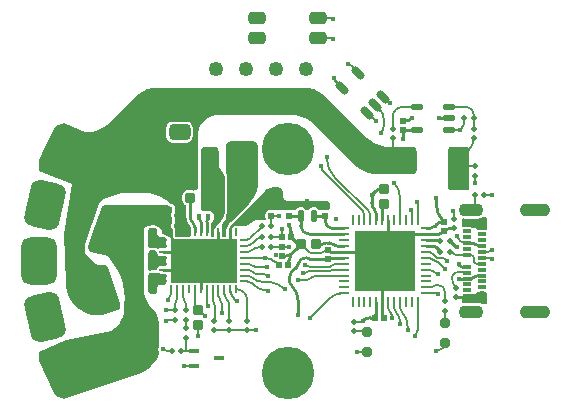
<source format=gtl>
G04*
G04 #@! TF.GenerationSoftware,Altium Limited,Altium Designer,21.5.1 (32)*
G04*
G04 Layer_Physical_Order=1*
G04 Layer_Color=255*
%FSLAX25Y25*%
%MOIN*%
G70*
G04*
G04 #@! TF.SameCoordinates,9F226A22-D70E-441E-867E-09538FDFB880*
G04*
G04*
G04 #@! TF.FilePolarity,Positive*
G04*
G01*
G75*
%ADD13C,0.00800*%
%ADD14C,0.01000*%
G04:AMPARAMS|DCode=17|XSize=39.37mil|YSize=27.56mil|CornerRadius=6.89mil|HoleSize=0mil|Usage=FLASHONLY|Rotation=90.000|XOffset=0mil|YOffset=0mil|HoleType=Round|Shape=RoundedRectangle|*
%AMROUNDEDRECTD17*
21,1,0.03937,0.01378,0,0,90.0*
21,1,0.02559,0.02756,0,0,90.0*
1,1,0.01378,0.00689,0.01280*
1,1,0.01378,0.00689,-0.01280*
1,1,0.01378,-0.00689,-0.01280*
1,1,0.01378,-0.00689,0.01280*
%
%ADD17ROUNDEDRECTD17*%
G04:AMPARAMS|DCode=18|XSize=11.81mil|YSize=27.56mil|CornerRadius=2.95mil|HoleSize=0mil|Usage=FLASHONLY|Rotation=90.000|XOffset=0mil|YOffset=0mil|HoleType=Round|Shape=RoundedRectangle|*
%AMROUNDEDRECTD18*
21,1,0.01181,0.02165,0,0,90.0*
21,1,0.00591,0.02756,0,0,90.0*
1,1,0.00591,0.01083,0.00295*
1,1,0.00591,0.01083,-0.00295*
1,1,0.00591,-0.01083,-0.00295*
1,1,0.00591,-0.01083,0.00295*
%
%ADD18ROUNDEDRECTD18*%
G04:AMPARAMS|DCode=19|XSize=35.43mil|YSize=33.47mil|CornerRadius=8.37mil|HoleSize=0mil|Usage=FLASHONLY|Rotation=180.000|XOffset=0mil|YOffset=0mil|HoleType=Round|Shape=RoundedRectangle|*
%AMROUNDEDRECTD19*
21,1,0.03543,0.01673,0,0,180.0*
21,1,0.01870,0.03347,0,0,180.0*
1,1,0.01673,-0.00935,0.00837*
1,1,0.01673,0.00935,0.00837*
1,1,0.01673,0.00935,-0.00837*
1,1,0.01673,-0.00935,-0.00837*
%
%ADD19ROUNDEDRECTD19*%
G04:AMPARAMS|DCode=20|XSize=21.26mil|YSize=22.84mil|CornerRadius=5.32mil|HoleSize=0mil|Usage=FLASHONLY|Rotation=0.000|XOffset=0mil|YOffset=0mil|HoleType=Round|Shape=RoundedRectangle|*
%AMROUNDEDRECTD20*
21,1,0.02126,0.01221,0,0,0.0*
21,1,0.01063,0.02284,0,0,0.0*
1,1,0.01063,0.00532,-0.00610*
1,1,0.01063,-0.00532,-0.00610*
1,1,0.01063,-0.00532,0.00610*
1,1,0.01063,0.00532,0.00610*
%
%ADD20ROUNDEDRECTD20*%
G04:AMPARAMS|DCode=21|XSize=21.26mil|YSize=22.84mil|CornerRadius=5.32mil|HoleSize=0mil|Usage=FLASHONLY|Rotation=270.000|XOffset=0mil|YOffset=0mil|HoleType=Round|Shape=RoundedRectangle|*
%AMROUNDEDRECTD21*
21,1,0.02126,0.01221,0,0,270.0*
21,1,0.01063,0.02284,0,0,270.0*
1,1,0.01063,-0.00610,-0.00532*
1,1,0.01063,-0.00610,0.00532*
1,1,0.01063,0.00610,0.00532*
1,1,0.01063,0.00610,-0.00532*
%
%ADD21ROUNDEDRECTD21*%
G04:AMPARAMS|DCode=22|XSize=35.43mil|YSize=33.47mil|CornerRadius=8.37mil|HoleSize=0mil|Usage=FLASHONLY|Rotation=90.000|XOffset=0mil|YOffset=0mil|HoleType=Round|Shape=RoundedRectangle|*
%AMROUNDEDRECTD22*
21,1,0.03543,0.01673,0,0,90.0*
21,1,0.01870,0.03347,0,0,90.0*
1,1,0.01673,0.00837,0.00935*
1,1,0.01673,0.00837,-0.00935*
1,1,0.01673,-0.00837,-0.00935*
1,1,0.01673,-0.00837,0.00935*
%
%ADD22ROUNDEDRECTD22*%
G04:AMPARAMS|DCode=23|XSize=31.5mil|YSize=31.5mil|CornerRadius=7.87mil|HoleSize=0mil|Usage=FLASHONLY|Rotation=90.000|XOffset=0mil|YOffset=0mil|HoleType=Round|Shape=RoundedRectangle|*
%AMROUNDEDRECTD23*
21,1,0.03150,0.01575,0,0,90.0*
21,1,0.01575,0.03150,0,0,90.0*
1,1,0.01575,0.00787,0.00787*
1,1,0.01575,0.00787,-0.00787*
1,1,0.01575,-0.00787,-0.00787*
1,1,0.01575,-0.00787,0.00787*
%
%ADD23ROUNDEDRECTD23*%
G04:AMPARAMS|DCode=24|XSize=17.72mil|YSize=17.72mil|CornerRadius=4.43mil|HoleSize=0mil|Usage=FLASHONLY|Rotation=0.000|XOffset=0mil|YOffset=0mil|HoleType=Round|Shape=RoundedRectangle|*
%AMROUNDEDRECTD24*
21,1,0.01772,0.00886,0,0,0.0*
21,1,0.00886,0.01772,0,0,0.0*
1,1,0.00886,0.00443,-0.00443*
1,1,0.00886,-0.00443,-0.00443*
1,1,0.00886,-0.00443,0.00443*
1,1,0.00886,0.00443,0.00443*
%
%ADD24ROUNDEDRECTD24*%
G04:AMPARAMS|DCode=25|XSize=39.37mil|YSize=57.09mil|CornerRadius=9.84mil|HoleSize=0mil|Usage=FLASHONLY|Rotation=90.000|XOffset=0mil|YOffset=0mil|HoleType=Round|Shape=RoundedRectangle|*
%AMROUNDEDRECTD25*
21,1,0.03937,0.03740,0,0,90.0*
21,1,0.01968,0.05709,0,0,90.0*
1,1,0.01968,0.01870,0.00984*
1,1,0.01968,0.01870,-0.00984*
1,1,0.01968,-0.01870,-0.00984*
1,1,0.01968,-0.01870,0.00984*
%
%ADD25ROUNDEDRECTD25*%
G04:AMPARAMS|DCode=28|XSize=19.68mil|YSize=39.37mil|CornerRadius=4.92mil|HoleSize=0mil|Usage=FLASHONLY|Rotation=0.000|XOffset=0mil|YOffset=0mil|HoleType=Round|Shape=RoundedRectangle|*
%AMROUNDEDRECTD28*
21,1,0.01968,0.02953,0,0,0.0*
21,1,0.00984,0.03937,0,0,0.0*
1,1,0.00984,0.00492,-0.01476*
1,1,0.00984,-0.00492,-0.01476*
1,1,0.00984,-0.00492,0.01476*
1,1,0.00984,0.00492,0.01476*
%
%ADD28ROUNDEDRECTD28*%
G04:AMPARAMS|DCode=29|XSize=17.72mil|YSize=17.72mil|CornerRadius=4.43mil|HoleSize=0mil|Usage=FLASHONLY|Rotation=90.000|XOffset=0mil|YOffset=0mil|HoleType=Round|Shape=RoundedRectangle|*
%AMROUNDEDRECTD29*
21,1,0.01772,0.00886,0,0,90.0*
21,1,0.00886,0.01772,0,0,90.0*
1,1,0.00886,0.00443,0.00443*
1,1,0.00886,0.00443,-0.00443*
1,1,0.00886,-0.00443,-0.00443*
1,1,0.00886,-0.00443,0.00443*
%
%ADD29ROUNDEDRECTD29*%
G04:AMPARAMS|DCode=32|XSize=15.75mil|YSize=19.68mil|CornerRadius=3.94mil|HoleSize=0mil|Usage=FLASHONLY|Rotation=180.000|XOffset=0mil|YOffset=0mil|HoleType=Round|Shape=RoundedRectangle|*
%AMROUNDEDRECTD32*
21,1,0.01575,0.01181,0,0,180.0*
21,1,0.00787,0.01968,0,0,180.0*
1,1,0.00787,-0.00394,0.00591*
1,1,0.00787,0.00394,0.00591*
1,1,0.00787,0.00394,-0.00591*
1,1,0.00787,-0.00394,-0.00591*
%
%ADD32ROUNDEDRECTD32*%
G04:AMPARAMS|DCode=33|XSize=53.33mil|YSize=71.11mil|CornerRadius=13.33mil|HoleSize=0mil|Usage=FLASHONLY|Rotation=270.000|XOffset=0mil|YOffset=0mil|HoleType=Round|Shape=RoundedRectangle|*
%AMROUNDEDRECTD33*
21,1,0.05333,0.04444,0,0,270.0*
21,1,0.02667,0.07111,0,0,270.0*
1,1,0.02667,-0.02222,-0.01333*
1,1,0.02667,-0.02222,0.01333*
1,1,0.02667,0.02222,0.01333*
1,1,0.02667,0.02222,-0.01333*
%
%ADD33ROUNDEDRECTD33*%
G04:AMPARAMS|DCode=34|XSize=41.34mil|YSize=62.99mil|CornerRadius=10.34mil|HoleSize=0mil|Usage=FLASHONLY|Rotation=0.000|XOffset=0mil|YOffset=0mil|HoleType=Round|Shape=RoundedRectangle|*
%AMROUNDEDRECTD34*
21,1,0.04134,0.04232,0,0,0.0*
21,1,0.02067,0.06299,0,0,0.0*
1,1,0.02067,0.01034,-0.02116*
1,1,0.02067,-0.01034,-0.02116*
1,1,0.02067,-0.01034,0.02116*
1,1,0.02067,0.01034,0.02116*
%
%ADD34ROUNDEDRECTD34*%
G04:AMPARAMS|DCode=35|XSize=15.75mil|YSize=33.47mil|CornerRadius=3.94mil|HoleSize=0mil|Usage=FLASHONLY|Rotation=90.000|XOffset=0mil|YOffset=0mil|HoleType=Round|Shape=RoundedRectangle|*
%AMROUNDEDRECTD35*
21,1,0.01575,0.02559,0,0,90.0*
21,1,0.00787,0.03347,0,0,90.0*
1,1,0.00787,0.01280,0.00394*
1,1,0.00787,0.01280,-0.00394*
1,1,0.00787,-0.01280,-0.00394*
1,1,0.00787,-0.01280,0.00394*
%
%ADD35ROUNDEDRECTD35*%
G04:AMPARAMS|DCode=36|XSize=107.09mil|YSize=50.79mil|CornerRadius=12.7mil|HoleSize=0mil|Usage=FLASHONLY|Rotation=270.000|XOffset=0mil|YOffset=0mil|HoleType=Round|Shape=RoundedRectangle|*
%AMROUNDEDRECTD36*
21,1,0.10709,0.02539,0,0,270.0*
21,1,0.08169,0.05079,0,0,270.0*
1,1,0.02539,-0.01270,-0.04085*
1,1,0.02539,-0.01270,0.04085*
1,1,0.02539,0.01270,0.04085*
1,1,0.02539,0.01270,-0.04085*
%
%ADD36ROUNDEDRECTD36*%
G04:AMPARAMS|DCode=37|XSize=76.77mil|YSize=43.31mil|CornerRadius=10.83mil|HoleSize=0mil|Usage=FLASHONLY|Rotation=90.000|XOffset=0mil|YOffset=0mil|HoleType=Round|Shape=RoundedRectangle|*
%AMROUNDEDRECTD37*
21,1,0.07677,0.02165,0,0,90.0*
21,1,0.05512,0.04331,0,0,90.0*
1,1,0.02165,0.01083,0.02756*
1,1,0.02165,0.01083,-0.02756*
1,1,0.02165,-0.01083,-0.02756*
1,1,0.02165,-0.01083,0.02756*
%
%ADD37ROUNDEDRECTD37*%
G04:AMPARAMS|DCode=38|XSize=21.65mil|YSize=37.4mil|CornerRadius=5.41mil|HoleSize=0mil|Usage=FLASHONLY|Rotation=270.000|XOffset=0mil|YOffset=0mil|HoleType=Round|Shape=RoundedRectangle|*
%AMROUNDEDRECTD38*
21,1,0.02165,0.02657,0,0,270.0*
21,1,0.01083,0.03740,0,0,270.0*
1,1,0.01083,-0.01329,-0.00541*
1,1,0.01083,-0.01329,0.00541*
1,1,0.01083,0.01329,0.00541*
1,1,0.01083,0.01329,-0.00541*
%
%ADD38ROUNDEDRECTD38*%
G04:AMPARAMS|DCode=39|XSize=25.59mil|YSize=47.24mil|CornerRadius=6.4mil|HoleSize=0mil|Usage=FLASHONLY|Rotation=225.000|XOffset=0mil|YOffset=0mil|HoleType=Round|Shape=RoundedRectangle|*
%AMROUNDEDRECTD39*
21,1,0.02559,0.03445,0,0,225.0*
21,1,0.01280,0.04724,0,0,225.0*
1,1,0.01280,-0.01670,0.00766*
1,1,0.01280,-0.00766,0.01670*
1,1,0.01280,0.01670,-0.00766*
1,1,0.01280,0.00766,-0.01670*
%
%ADD39ROUNDEDRECTD39*%
G04:AMPARAMS|DCode=40|XSize=157.48mil|YSize=118.11mil|CornerRadius=29.53mil|HoleSize=0mil|Usage=FLASHONLY|Rotation=244.000|XOffset=0mil|YOffset=0mil|HoleType=Round|Shape=RoundedRectangle|*
%AMROUNDEDRECTD40*
21,1,0.15748,0.05906,0,0,244.0*
21,1,0.09843,0.11811,0,0,244.0*
1,1,0.05906,-0.04811,-0.03129*
1,1,0.05906,-0.00497,0.05718*
1,1,0.05906,0.04811,0.03129*
1,1,0.05906,0.00497,-0.05718*
%
%ADD40ROUNDEDRECTD40*%
G04:AMPARAMS|DCode=41|XSize=157.48mil|YSize=118.11mil|CornerRadius=29.53mil|HoleSize=0mil|Usage=FLASHONLY|Rotation=257.000|XOffset=0mil|YOffset=0mil|HoleType=Round|Shape=RoundedRectangle|*
%AMROUNDEDRECTD41*
21,1,0.15748,0.05906,0,0,257.0*
21,1,0.09843,0.11811,0,0,257.0*
1,1,0.05906,-0.03984,-0.04131*
1,1,0.05906,-0.01770,0.05459*
1,1,0.05906,0.03984,0.04131*
1,1,0.05906,0.01770,-0.05459*
%
%ADD41ROUNDEDRECTD41*%
G04:AMPARAMS|DCode=42|XSize=157.48mil|YSize=118.11mil|CornerRadius=29.53mil|HoleSize=0mil|Usage=FLASHONLY|Rotation=270.000|XOffset=0mil|YOffset=0mil|HoleType=Round|Shape=RoundedRectangle|*
%AMROUNDEDRECTD42*
21,1,0.15748,0.05906,0,0,270.0*
21,1,0.09843,0.11811,0,0,270.0*
1,1,0.05906,-0.02953,-0.04921*
1,1,0.05906,-0.02953,0.04921*
1,1,0.05906,0.02953,0.04921*
1,1,0.05906,0.02953,-0.04921*
%
%ADD42ROUNDEDRECTD42*%
G04:AMPARAMS|DCode=43|XSize=157.48mil|YSize=118.11mil|CornerRadius=29.53mil|HoleSize=0mil|Usage=FLASHONLY|Rotation=283.000|XOffset=0mil|YOffset=0mil|HoleType=Round|Shape=RoundedRectangle|*
%AMROUNDEDRECTD43*
21,1,0.15748,0.05906,0,0,283.0*
21,1,0.09843,0.11811,0,0,283.0*
1,1,0.05906,-0.01770,-0.05459*
1,1,0.05906,-0.03984,0.04131*
1,1,0.05906,0.01770,0.05459*
1,1,0.05906,0.03984,-0.04131*
%
%ADD43ROUNDEDRECTD43*%
G04:AMPARAMS|DCode=44|XSize=157.48mil|YSize=118.11mil|CornerRadius=29.53mil|HoleSize=0mil|Usage=FLASHONLY|Rotation=296.000|XOffset=0mil|YOffset=0mil|HoleType=Round|Shape=RoundedRectangle|*
%AMROUNDEDRECTD44*
21,1,0.15748,0.05906,0,0,296.0*
21,1,0.09843,0.11811,0,0,296.0*
1,1,0.05906,-0.00497,-0.05718*
1,1,0.05906,-0.04811,0.03129*
1,1,0.05906,0.00497,0.05718*
1,1,0.05906,0.04811,-0.03129*
%
%ADD44ROUNDEDRECTD44*%
G04:AMPARAMS|DCode=45|XSize=62.99mil|YSize=139.76mil|CornerRadius=15.75mil|HoleSize=0mil|Usage=FLASHONLY|Rotation=341.000|XOffset=0mil|YOffset=0mil|HoleType=Round|Shape=RoundedRectangle|*
%AMROUNDEDRECTD45*
21,1,0.06299,0.10827,0,0,341.0*
21,1,0.03150,0.13976,0,0,341.0*
1,1,0.03150,-0.00273,-0.05631*
1,1,0.03150,-0.03251,-0.04606*
1,1,0.03150,0.00273,0.05631*
1,1,0.03150,0.03251,0.04606*
%
%ADD45ROUNDEDRECTD45*%
G04:AMPARAMS|DCode=46|XSize=62.99mil|YSize=139.76mil|CornerRadius=15.75mil|HoleSize=0mil|Usage=FLASHONLY|Rotation=19.000|XOffset=0mil|YOffset=0mil|HoleType=Round|Shape=RoundedRectangle|*
%AMROUNDEDRECTD46*
21,1,0.06299,0.10827,0,0,19.0*
21,1,0.03150,0.13976,0,0,19.0*
1,1,0.03150,0.03251,-0.04606*
1,1,0.03150,0.00273,-0.05631*
1,1,0.03150,-0.03251,0.04606*
1,1,0.03150,-0.00273,0.05631*
%
%ADD46ROUNDEDRECTD46*%
%ADD81O,0.03700X0.00942*%
%ADD82O,0.00942X0.03700*%
%ADD83R,0.20000X0.20000*%
%ADD84O,0.00984X0.02953*%
%ADD85O,0.02953X0.00984*%
%ADD86R,0.22441X0.14567*%
G04:AMPARAMS|DCode=87|XSize=43.31mil|YSize=102.36mil|CornerRadius=21.65mil|HoleSize=0mil|Usage=FLASHONLY|Rotation=90.000|XOffset=0mil|YOffset=0mil|HoleType=Round|Shape=RoundedRectangle|*
%AMROUNDEDRECTD87*
21,1,0.04331,0.05906,0,0,90.0*
21,1,0.00000,0.10236,0,0,90.0*
1,1,0.04331,0.02953,0.00000*
1,1,0.04331,0.02953,0.00000*
1,1,0.04331,-0.02953,0.00000*
1,1,0.04331,-0.02953,0.00000*
%
%ADD87ROUNDEDRECTD87*%
G04:AMPARAMS|DCode=88|XSize=43.31mil|YSize=82.68mil|CornerRadius=21.65mil|HoleSize=0mil|Usage=FLASHONLY|Rotation=90.000|XOffset=0mil|YOffset=0mil|HoleType=Round|Shape=RoundedRectangle|*
%AMROUNDEDRECTD88*
21,1,0.04331,0.03937,0,0,90.0*
21,1,0.00000,0.08268,0,0,90.0*
1,1,0.04331,0.01968,0.00000*
1,1,0.04331,0.01968,0.00000*
1,1,0.04331,-0.01968,0.00000*
1,1,0.04331,-0.01968,0.00000*
%
%ADD88ROUNDEDRECTD88*%
%ADD89C,0.04921*%
%ADD90C,0.17500*%
%ADD91C,0.01772*%
%ADD92C,0.02400*%
%ADD93C,0.00787*%
%ADD94C,0.01200*%
G36*
X5858Y57500D02*
X6843Y57500D01*
X8775Y57116D01*
X10595Y56362D01*
X12233Y55268D01*
X12929Y54571D01*
X12929Y54571D01*
X26571Y40929D01*
X27298Y40270D01*
X28928Y39181D01*
X30739Y38431D01*
X32662Y38048D01*
X33642Y38000D01*
X34500Y38000D01*
X34531Y38004D01*
X34593Y38011D01*
X34656Y38016D01*
X34718Y38018D01*
X34750Y38018D01*
X34781Y38018D01*
X34844Y38016D01*
X34907Y38011D01*
X34969Y38004D01*
X35000Y38000D01*
X35000Y38000D01*
X41500Y38000D01*
X41798Y38000D01*
X42350Y37772D01*
X42772Y37350D01*
X42934Y36958D01*
X43000Y36500D01*
Y36500D01*
X43000D01*
X43000Y36500D01*
X43000Y30500D01*
X43000Y30202D01*
X42772Y29650D01*
X42350Y29228D01*
X41971Y29071D01*
X41500Y29000D01*
X35000Y29000D01*
X35000Y29000D01*
X34500Y29000D01*
X34500Y29000D01*
X28657D01*
X26725Y29384D01*
X24905Y30138D01*
X23268Y31233D01*
X22571Y31929D01*
X22571Y31929D01*
Y31929D01*
X8929Y45571D01*
X8202Y46230D01*
X6572Y47319D01*
X4761Y48069D01*
X2838Y48452D01*
X1858Y48500D01*
X1858Y48500D01*
X1858Y48500D01*
X-23358Y48500D01*
X-24003Y48468D01*
X-25270Y48216D01*
X-26462Y47722D01*
X-27536Y47005D01*
X-28449Y46092D01*
X-29166Y45019D01*
X-29660Y43826D01*
X-29912Y42560D01*
X-29943Y41914D01*
X-29943Y41914D01*
X-29943Y41914D01*
X-29943Y33674D01*
X-29943Y33509D01*
X-29950Y33180D01*
X-29965Y32851D01*
X-29966Y32823D01*
X-30000Y32359D01*
X-30000Y32358D01*
X-30000Y32358D01*
X-30000Y32358D01*
Y24301D01*
X-30152Y23934D01*
X-30434Y23652D01*
X-30801Y23500D01*
X-31000D01*
X-31195Y23481D01*
X-31371Y23408D01*
X-31565Y23446D01*
X-33435D01*
X-34074Y23319D01*
X-34615Y22957D01*
X-34977Y22416D01*
X-35104Y21778D01*
Y20104D01*
X-34977Y19466D01*
X-34615Y18924D01*
X-34074Y18563D01*
X-33825Y18513D01*
Y14914D01*
X-33841D01*
X-33679Y13683D01*
X-33204Y12537D01*
X-32448Y11552D01*
Y11552D01*
X-32278Y11122D01*
Y9449D01*
X-32270Y9408D01*
Y8465D01*
X-32583Y8083D01*
X-37306D01*
X-37481Y8347D01*
X-37501Y8395D01*
Y9449D01*
X-37509Y9489D01*
Y10433D01*
X-37610Y10937D01*
X-37895Y11365D01*
X-38000Y11435D01*
Y11985D01*
X-37965Y12009D01*
X-37671Y12449D01*
X-37568Y12968D01*
Y14031D01*
X-37671Y14551D01*
X-37965Y14991D01*
X-38000Y15014D01*
Y15486D01*
X-37965Y15508D01*
X-37671Y15949D01*
X-37568Y16468D01*
Y17531D01*
X-37671Y18051D01*
X-37965Y18492D01*
X-38406Y18786D01*
X-38925Y18889D01*
X-39038Y18908D01*
X-39701Y19571D01*
X-40428Y20230D01*
X-42058Y21319D01*
X-43869Y22069D01*
X-45792Y22452D01*
X-46772Y22500D01*
X-46772Y22500D01*
X-46772Y22500D01*
X-55500D01*
X-61500Y20500D01*
X-63000Y19000D01*
X-67500Y5500D01*
Y2500D01*
X-64914Y-86D01*
X-64563Y-404D01*
X-63776Y-930D01*
X-62902Y-1292D01*
X-61973Y-1477D01*
X-61500Y-1500D01*
X-61207Y-1500D01*
X-61039Y-1500D01*
X-60709Y-1566D01*
X-60399Y-1694D01*
X-60384Y-1704D01*
X-60000Y-2000D01*
X-59851Y-2446D01*
X-56000Y-14000D01*
Y-16000D01*
X-61500Y-18000D01*
X-65344D01*
X-66663Y-17738D01*
X-67906Y-17223D01*
X-69024Y-16476D01*
X-69500Y-16000D01*
X-69500Y-16000D01*
X-71172Y-14328D01*
X-71844Y-13656D01*
X-72901Y-12074D01*
X-73629Y-10317D01*
X-74000Y-8451D01*
X-74000Y-7500D01*
X-74500Y9000D01*
X-72000Y25500D01*
X-83000Y30000D01*
Y33500D01*
X-80957Y37772D01*
X-77975Y44006D01*
X-77378Y45041D01*
X-74500Y46000D01*
X-67500Y43000D01*
X-66621D01*
X-65646Y43048D01*
X-63733Y43428D01*
X-61931Y44175D01*
X-60309Y45259D01*
X-59586Y45914D01*
X-53778Y51722D01*
X-50929Y54571D01*
X-50232Y55268D01*
X-48595Y56362D01*
X-46775Y57116D01*
X-44843Y57500D01*
X-43858Y57500D01*
X-43858Y57500D01*
X-30858Y57500D01*
X5858Y57500D01*
D02*
G37*
G36*
X-10867Y39696D02*
X-10305Y39133D01*
X-10000Y38398D01*
Y26142D01*
X-10000Y26142D01*
X-10000Y25157D01*
X-10384Y23225D01*
X-11138Y21405D01*
X-12233Y19768D01*
X-12929Y19071D01*
X-18939Y13061D01*
X-19178Y12797D01*
X-19572Y12207D01*
X-19844Y11551D01*
X-19852Y11513D01*
X-20073Y11365D01*
X-20359Y10937D01*
X-20459Y10433D01*
Y9489D01*
X-20467Y9449D01*
Y8083D01*
X-21753D01*
Y9449D01*
X-21761Y9489D01*
Y10433D01*
X-21862Y10937D01*
X-22000Y11144D01*
X-22000Y11422D01*
X-21869Y12082D01*
X-21611Y12703D01*
X-21547Y12799D01*
X-21501Y12845D01*
X-21456Y12912D01*
X-21400Y12969D01*
X-21135Y13365D01*
X-21000Y13500D01*
X-20888Y13624D01*
X-20702Y13902D01*
X-20573Y14211D01*
X-20508Y14540D01*
X-20505Y14603D01*
X-20432Y14779D01*
X-20416Y14858D01*
X-20385Y14932D01*
X-20200Y15865D01*
Y15946D01*
X-20184Y16025D01*
X-20184Y16500D01*
X-20184Y27586D01*
X-20184Y27586D01*
Y27586D01*
X-20189Y27608D01*
X-20186Y27630D01*
X-20210Y28091D01*
X-20225Y28148D01*
Y28206D01*
X-20331Y28741D01*
X-20362Y28815D01*
X-20378Y28894D01*
X-20500Y29189D01*
X-20500Y38000D01*
X-20500Y38000D01*
X-20464Y38485D01*
X-20196Y39133D01*
X-19633Y39696D01*
X-18898Y40000D01*
X-18500Y40000D01*
X-11602Y40000D01*
X-10867Y39696D01*
D02*
G37*
G36*
X-23650Y37772D02*
X-23228Y37350D01*
X-23066Y36958D01*
X-23000Y36500D01*
Y36500D01*
X-23000D01*
X-23000Y36500D01*
X-23000Y32414D01*
X-22984Y32080D01*
X-22853Y31423D01*
X-22597Y30805D01*
X-22225Y30248D01*
X-22000Y30000D01*
X-21762Y29762D01*
X-21388Y29203D01*
X-21131Y28582D01*
X-21025Y28047D01*
X-21000Y27586D01*
Y27586D01*
X-21000D01*
X-21000Y27586D01*
X-21000Y16500D01*
X-21000Y16024D01*
X-21185Y15092D01*
X-21550Y14213D01*
X-22078Y13422D01*
X-22414Y13086D01*
X-22414Y13086D01*
X-22414Y13086D01*
X-22414Y13086D01*
X-23500Y12000D01*
X-23613Y11876D01*
X-23799Y11598D01*
X-23851Y11471D01*
X-24010Y11365D01*
X-24296Y10937D01*
X-24396Y10433D01*
Y9489D01*
X-24404Y9449D01*
Y8083D01*
X-25385D01*
X-25698Y8465D01*
Y9409D01*
X-25690Y9449D01*
Y12274D01*
X-25619Y12381D01*
X-25500Y12500D01*
X-25275Y12748D01*
X-24903Y13305D01*
X-24647Y13923D01*
X-24517Y14580D01*
X-24500Y14914D01*
X-24500Y14914D01*
X-24500Y14914D01*
X-24500Y15000D01*
X-24529Y15291D01*
X-24529Y15293D01*
X-24567Y15384D01*
X-24753Y15833D01*
X-25167Y16247D01*
X-25547Y16405D01*
X-25707Y16471D01*
X-25999Y16500D01*
X-26000Y16500D01*
X-26000Y16500D01*
X-26000Y16500D01*
X-27500D01*
X-27798Y16500D01*
X-28350Y16728D01*
X-28772Y17150D01*
X-29000Y17702D01*
X-29000Y18000D01*
X-29000Y18000D01*
Y36500D01*
X-29000Y36798D01*
X-28772Y37350D01*
X-28350Y37772D01*
X-27798Y38000D01*
X-27500Y38000D01*
X-27500Y38000D01*
X-24500Y38000D01*
X-24202Y38000D01*
X-23650Y37772D01*
D02*
G37*
G36*
X60066Y37848D02*
X60348Y37566D01*
X60500Y37199D01*
Y37000D01*
Y24500D01*
Y24301D01*
X60348Y23934D01*
X60066Y23652D01*
X59699Y23500D01*
X54301D01*
X53934Y23652D01*
X53652Y23934D01*
X53500Y24301D01*
Y24500D01*
Y37000D01*
Y37199D01*
X53652Y37566D01*
X53934Y37848D01*
X54301Y38000D01*
X59699D01*
X60066Y37848D01*
D02*
G37*
G36*
X-40065Y18500D02*
X-39634Y18351D01*
X-39615Y18331D01*
X-39538Y18280D01*
X-39472Y18217D01*
X-39407Y18193D01*
X-39350Y18155D01*
X-39260Y18137D01*
X-39174Y18104D01*
X-39073Y18087D01*
X-38724Y18017D01*
X-38618Y17946D01*
X-38510Y17839D01*
X-38439Y17733D01*
X-38416Y17615D01*
X-38432Y17531D01*
Y16468D01*
X-38416Y16385D01*
X-38439Y16267D01*
X-38576Y16063D01*
X-38576Y16062D01*
X-38621Y15995D01*
X-38678Y15939D01*
X-38708Y15865D01*
X-38753Y15798D01*
X-38769Y15719D01*
X-38800Y15645D01*
X-38800Y15564D01*
X-38815Y15486D01*
Y15014D01*
X-38800Y14936D01*
X-38800Y14855D01*
X-38769Y14781D01*
X-38753Y14702D01*
X-38708Y14635D01*
X-38678Y14561D01*
X-38621Y14504D01*
X-38576Y14438D01*
X-38576Y14437D01*
X-38439Y14233D01*
X-38416Y14115D01*
X-38432Y14031D01*
Y12968D01*
X-38416Y12885D01*
X-38439Y12767D01*
X-38576Y12563D01*
X-38577Y12562D01*
X-38621Y12495D01*
X-38678Y12438D01*
X-38709Y12364D01*
X-38754Y12297D01*
X-38769Y12219D01*
X-38800Y12144D01*
X-38800Y12064D01*
X-38816Y11985D01*
Y11435D01*
X-38800Y11356D01*
Y11276D01*
X-38769Y11201D01*
X-38754Y11123D01*
X-38709Y11056D01*
X-38678Y10982D01*
X-38621Y10925D01*
X-38577Y10858D01*
X-38510Y10813D01*
X-38503Y10807D01*
X-38378Y10619D01*
X-38325Y10353D01*
Y9489D01*
X-38317Y9449D01*
Y8395D01*
X-38291Y8265D01*
X-38412Y8145D01*
X-38761Y8000D01*
X-38950Y8000D01*
X-39737D01*
X-39897Y8107D01*
X-40075Y8142D01*
X-40075Y8143D01*
X-40357Y8425D01*
X-40621Y8601D01*
X-40621Y8601D01*
X-40989Y8754D01*
X-41301Y8816D01*
X-41724D01*
X-42000Y9250D01*
X-42000Y9500D01*
X-42000D01*
X-42038Y9890D01*
X-42337Y10611D01*
X-42889Y11163D01*
X-43241Y11309D01*
X-43357Y11425D01*
X-43621Y11601D01*
X-43621Y11601D01*
X-43989Y11754D01*
X-44301Y11816D01*
X-44602D01*
X-44602Y11816D01*
X-44606D01*
X-44607Y11816D01*
X-44607Y11816D01*
X-45393D01*
X-45393Y11816D01*
X-45394Y11816D01*
X-45398D01*
X-45398Y11816D01*
X-45699D01*
X-46011Y11754D01*
X-46379Y11601D01*
X-46530Y11500D01*
X-46817Y11472D01*
X-47347Y11252D01*
X-47752Y10847D01*
X-47972Y10317D01*
X-48000Y10030D01*
Y-9465D01*
X-47959Y-10301D01*
X-47633Y-11942D01*
X-46992Y-13488D01*
X-46062Y-14879D01*
X-45500Y-15500D01*
X-44905Y-16094D01*
X-43971Y-17492D01*
X-43328Y-19046D01*
X-43000Y-20695D01*
X-43000Y-21536D01*
X-43000Y-28716D01*
X-43186Y-29165D01*
Y-29835D01*
X-43000Y-30284D01*
Y-30518D01*
X-43000Y-30518D01*
X-43000Y-30989D01*
X-43184Y-31914D01*
X-43545Y-32785D01*
X-44068Y-33568D01*
X-44402Y-33902D01*
X-45571Y-35071D01*
X-45571Y-35071D01*
X-45919Y-35418D01*
X-46678Y-36042D01*
X-47495Y-36588D01*
X-48362Y-37051D01*
X-48815Y-37239D01*
X-74500Y-46000D01*
X-77378Y-45041D01*
X-77975Y-44006D01*
X-83000Y-33500D01*
Y-30500D01*
X-74000Y-26500D01*
X-59000Y-23500D01*
X-59000Y-23500D01*
X-59000Y-23500D01*
X-58504Y-23210D01*
X-57577Y-22535D01*
X-56748Y-21740D01*
X-56033Y-20842D01*
X-55445Y-19856D01*
X-54995Y-18800D01*
X-54690Y-17694D01*
X-54537Y-16556D01*
X-54518Y-15982D01*
X-54389Y-14807D01*
X-54326Y-12443D01*
X-54524Y-10086D01*
X-54979Y-7766D01*
X-55687Y-5509D01*
X-56638Y-3344D01*
X-57822Y-1297D01*
X-59223Y608D01*
X-60000Y1500D01*
X-65430Y2981D01*
X-65793Y3293D01*
Y3293D01*
X-66098Y3666D01*
X-66225Y3856D01*
X-66407Y4296D01*
X-66500Y4762D01*
X-66500Y5000D01*
X-66000Y6500D01*
X-64226Y11601D01*
X-62000Y18000D01*
X-61880Y18119D01*
X-61599Y18307D01*
X-61287Y18437D01*
X-60956Y18503D01*
X-60787Y18503D01*
X-40499Y18503D01*
X-40065Y18500D01*
D02*
G37*
G36*
X-2367Y24195D02*
X-1805Y23633D01*
X-1500Y22898D01*
X-1500Y21500D01*
X-1471Y21207D01*
X-1247Y20667D01*
X-833Y20253D01*
X-293Y20029D01*
X0Y20000D01*
Y20000D01*
X13199D01*
X13566Y19848D01*
X13848Y19567D01*
X14000Y19199D01*
Y17401D01*
X13924Y17217D01*
X13783Y17076D01*
X13599Y17000D01*
X10362D01*
X10089Y17408D01*
X9662Y17694D01*
X9157Y17794D01*
X8173D01*
X7669Y17694D01*
X7242Y17408D01*
X6969Y17000D01*
X6031D01*
X5758Y17408D01*
X5331Y17694D01*
X4827Y17794D01*
X3842D01*
X3338Y17694D01*
X2911Y17408D01*
X2638Y17000D01*
X-6000D01*
X-6195Y16981D01*
X-6556Y16831D01*
X-6615Y16772D01*
X-7035Y16491D01*
X-7329Y16051D01*
X-7432Y15531D01*
Y14469D01*
X-7329Y13949D01*
X-7667Y13555D01*
X-7801Y13500D01*
X-10086Y13500D01*
X-10420Y13484D01*
X-11077Y13353D01*
X-11695Y13097D01*
X-12252Y12725D01*
X-12500Y12500D01*
X-12738Y12262D01*
X-13297Y11889D01*
X-13918Y11631D01*
X-14578Y11500D01*
X-16444D01*
X-16669Y11650D01*
X-17173Y11750D01*
X-17677Y11650D01*
X-18105Y11365D01*
X-18390Y10937D01*
X-18491Y10433D01*
Y8465D01*
X-18462Y8323D01*
X-18495Y8290D01*
X-18915Y8116D01*
X-19142D01*
X-19312Y8116D01*
X-19628Y8247D01*
X-19652Y8270D01*
Y9449D01*
X-19644Y9489D01*
Y10353D01*
X-19590Y10619D01*
X-19485Y10777D01*
X-19399Y10835D01*
X-19399Y10835D01*
X-19399Y10835D01*
X-19286Y10947D01*
X-19173Y11060D01*
X-19173Y11060D01*
X-19173Y11060D01*
X-19113Y11205D01*
X-19091Y11239D01*
X-18849Y11821D01*
X-18533Y12294D01*
X-18348Y12498D01*
X-12352Y18494D01*
X-12352Y18494D01*
X-11656Y19191D01*
X-11611Y19258D01*
X-11554Y19314D01*
X-11290Y19710D01*
X-7578Y23422D01*
X-6787Y23950D01*
X-5908Y24314D01*
X-4976Y24500D01*
X-4500D01*
X-4500Y24500D01*
X-3102D01*
X-2367Y24195D01*
D02*
G37*
G36*
X66283Y14424D02*
X66424Y14283D01*
X66500Y14099D01*
Y10614D01*
X66484Y10582D01*
X66223Y10324D01*
X66072Y10228D01*
X65858Y10270D01*
X63693D01*
X63424Y10217D01*
X63271Y10319D01*
X63046Y10515D01*
X62990Y10598D01*
X62916Y10778D01*
X62778Y10916D01*
X62598Y10990D01*
X62500Y11000D01*
X61421D01*
X61168Y11169D01*
X60740Y11254D01*
X58575D01*
X58427Y11225D01*
X58294Y11311D01*
X58000Y11627D01*
Y13797D01*
X58371Y14105D01*
X58403Y14114D01*
X58529Y14119D01*
X59303Y14017D01*
X63240D01*
X64014Y14119D01*
X64736Y14418D01*
X64843Y14500D01*
X66100D01*
X66283Y14424D01*
D02*
G37*
G36*
X-43934Y10848D02*
X-43652Y10566D01*
X-43500Y10199D01*
Y9000D01*
X-43481Y8805D01*
X-43332Y8444D01*
X-43056Y8169D01*
X-42695Y8019D01*
X-42500Y8000D01*
X-41301D01*
X-40934Y7848D01*
X-40652Y7566D01*
X-40500Y7199D01*
Y4801D01*
X-40652Y4434D01*
X-40808Y4278D01*
X-41386D01*
X-41427Y4270D01*
X-42370D01*
X-42874Y4170D01*
X-43128Y4000D01*
X-43470D01*
X-43621Y4101D01*
X-43621Y4101D01*
X-43989Y4254D01*
X-44301Y4316D01*
X-45699D01*
X-46011Y4254D01*
X-46407Y4576D01*
X-46500Y4801D01*
Y10199D01*
X-46348Y10566D01*
X-46066Y10848D01*
X-45699Y11000D01*
X-45398D01*
X-45398Y11000D01*
X-44602D01*
X-44602Y11000D01*
X-44301D01*
X-43934Y10848D01*
D02*
G37*
G36*
Y3348D02*
X-43663Y3077D01*
X-43687Y2953D01*
X-43587Y2449D01*
X-43302Y2021D01*
X-42874Y1736D01*
X-42370Y1635D01*
X-41426D01*
X-41386Y1627D01*
X-40512D01*
X-40500Y1599D01*
Y-1599D01*
X-40512Y-1627D01*
X-41386D01*
X-41426Y-1635D01*
X-42370D01*
X-42874Y-1736D01*
X-43302Y-2021D01*
X-43587Y-2449D01*
X-43687Y-2953D01*
X-44147Y-3184D01*
X-45699D01*
X-46011Y-3246D01*
X-46407Y-2924D01*
X-46500Y-2699D01*
X-46500Y-2500D01*
Y2699D01*
X-46348Y3067D01*
X-46066Y3348D01*
X-45699Y3500D01*
X-44301D01*
X-43934Y3348D01*
D02*
G37*
G36*
X-42874Y-4170D02*
X-42370Y-4270D01*
X-41426D01*
X-41386Y-4278D01*
X-40808D01*
X-40652Y-4434D01*
X-40500Y-4801D01*
Y-5000D01*
Y-7000D01*
Y-7199D01*
X-40652Y-7566D01*
X-40934Y-7848D01*
X-41301Y-8000D01*
X-42500D01*
X-42695Y-8019D01*
X-43056Y-8168D01*
X-43332Y-8444D01*
X-43481Y-8805D01*
X-43500Y-9000D01*
Y-10000D01*
Y-10000D01*
Y-10199D01*
X-43652Y-10566D01*
X-43934Y-10848D01*
X-44301Y-11000D01*
X-44500D01*
X-45500Y-11000D01*
X-45699D01*
X-46066Y-10848D01*
X-46348Y-10566D01*
X-46500Y-10199D01*
Y-10000D01*
Y-5000D01*
Y-4801D01*
X-46348Y-4434D01*
X-46066Y-4152D01*
X-45699Y-4000D01*
X-43128D01*
X-42874Y-4170D01*
D02*
G37*
G36*
X63693Y-10270D02*
X65858D01*
X66071Y-10228D01*
X66223Y-10324D01*
X66484Y-10582D01*
X66500Y-10614D01*
Y-14099D01*
X66424Y-14283D01*
X66283Y-14424D01*
X66100Y-14500D01*
X64843D01*
X64736Y-14418D01*
X64014Y-14119D01*
X63240Y-14017D01*
X59303D01*
X58529Y-14119D01*
X58403Y-14114D01*
X58371Y-14105D01*
X58000Y-13797D01*
Y-11627D01*
X58294Y-11311D01*
X58427Y-11225D01*
X58575Y-11254D01*
X60740D01*
X61168Y-11169D01*
X61421Y-11000D01*
X62500D01*
X62598Y-10990D01*
X62778Y-10916D01*
X62916Y-10778D01*
X62990Y-10598D01*
X63046Y-10515D01*
X63271Y-10319D01*
X63424Y-10217D01*
X63693Y-10270D01*
D02*
G37*
%LPC*%
G36*
X-33778Y46425D02*
X-38222D01*
X-39055Y46259D01*
X-39760Y45788D01*
X-40232Y45082D01*
X-40397Y44250D01*
Y41583D01*
X-40232Y40751D01*
X-39760Y40045D01*
X-39055Y39574D01*
X-38222Y39408D01*
X-33778D01*
X-32945Y39574D01*
X-32240Y40045D01*
X-31768Y40751D01*
X-31603Y41583D01*
Y44250D01*
X-31768Y45082D01*
X-32240Y45788D01*
X-32945Y46259D01*
X-33778Y46425D01*
D02*
G37*
%LPD*%
D13*
X68000Y500D02*
G03*
X66831Y984I-1169J-1169D01*
G01*
X66679Y2953D02*
G03*
X68000Y3500I0J1868D01*
G01*
X48519Y378D02*
G03*
X49141Y-52I1485J1485D01*
G01*
X48490Y406D02*
G03*
X48472Y425I-573J-558D01*
G01*
X49268Y-110D02*
G03*
X49834Y-301I1214J2667D01*
G01*
X50600Y-862D02*
G03*
X50160Y-461I-4456J-4456D01*
G01*
D02*
G03*
X49834Y-301I-507J-618D01*
G01*
X48414Y482D02*
G03*
X48101Y673I-562J-569D01*
G01*
D02*
G03*
X46144Y984I-1957J-5991D01*
G01*
X50000Y-4500D02*
G03*
X46264Y-2953I-3736J-3736D01*
G01*
X5866Y-1366D02*
G03*
X7308Y-1963I1441J1441D01*
G01*
X5793Y-4000D02*
G03*
X7000Y-3500I0J1707D01*
G01*
X7327Y-3365D02*
G03*
X7000Y-3500I0J-463D01*
G01*
X5586Y-6500D02*
G03*
X8000Y-5500I0J3414D01*
G01*
X9397Y-4921D02*
G03*
X8000Y-5500I0J-1976D01*
G01*
X7046Y2895D02*
G03*
X8000Y2500I954J954D01*
G01*
X5866Y-1366D02*
G03*
X6112Y-1576I1441J1441D01*
G01*
X-1000Y-9500D02*
G03*
X-5417Y-7155I-6036J-6036D01*
G01*
X-11621Y-7879D02*
G03*
X-6500Y-10000I5121J5121D01*
G01*
X-12000Y-7500D02*
G03*
X-13473Y-6890I-1473J-1473D01*
G01*
X-12000Y-5500D02*
G03*
X-8379Y-7000I3621J3621D01*
G01*
X-7463Y-7073D02*
G03*
X-7793Y-7000I-334J-727D01*
G01*
X-7463Y-7073D02*
G03*
X-5808Y-7179I963J2073D01*
G01*
X-5417Y-7155D02*
G03*
X-5808Y-7179I-148J-786D01*
G01*
X-12000Y-3500D02*
G03*
X-9586Y-4500I2414J2414D01*
G01*
X-6500Y-5000D02*
G03*
X-7707Y-4500I-1207J-1207D01*
G01*
X57482Y-3765D02*
G03*
X57641Y-3782I164J783D01*
G01*
X55623Y-8478D02*
G03*
X55613Y-8463I-670J-438D01*
G01*
X54862Y-5168D02*
G03*
X54792Y-5376I717J-354D01*
G01*
X57482Y-3765D02*
G03*
X54948Y-4993I-482J-2235D01*
G01*
X55104Y-7346D02*
G03*
X55023Y-7147I-775J-199D01*
G01*
X54765Y-5518D02*
G03*
X54769Y-5501I-783J164D01*
G01*
X55104Y-7346D02*
G03*
X55613Y-8463I3311J835D01*
G01*
X54765Y-5518D02*
G03*
X55023Y-7147I2235J-482D01*
G01*
X37500Y-20621D02*
G03*
X37181Y-18841I-5121J0D01*
G01*
X34883Y-19040D02*
G03*
X34952Y-18523I-715J359D01*
G01*
X34952Y-18523D02*
G03*
X34293Y-17293I-2367J-477D01*
G01*
X42500Y-25000D02*
G03*
X43327Y-23004I-1996J1996D01*
G01*
X37421Y-15603D02*
G03*
X38000Y-17000I1976J0D01*
G01*
X40000Y-21828D02*
G03*
X38000Y-17000I-6828J0D01*
G01*
X35453Y-15679D02*
G03*
X36000Y-17000I1868J0D01*
G01*
X37142Y-18693D02*
G03*
X37181Y-18841I790J126D01*
G01*
X36051Y-17052D02*
G03*
X36167Y-17150I570J561D01*
G01*
X37142Y-18693D02*
G03*
X36167Y-17150I-2259J-347D01*
G01*
X36051Y-17052D02*
G03*
X36000Y-17000I-3673J-3569D01*
G01*
X33484Y-15755D02*
G03*
X33999Y-16999I1761J0D01*
G01*
X52307Y693D02*
G03*
X51742Y927I-565J-566D01*
G01*
X49439Y1297D02*
G03*
X49673Y1134I566J566D01*
G01*
X49085Y1667D02*
G03*
X49145Y1596I638J483D01*
G01*
X49807Y1073D02*
G03*
X50482Y927I675J1484D01*
G01*
X49407Y1328D02*
G03*
X49406Y1329I-566J-565D01*
G01*
X49396Y1339D02*
G03*
X49388Y1347I-566J-566D01*
G01*
X48872Y1948D02*
G03*
X48882Y1935I648J470D01*
G01*
X49306Y1428D02*
G03*
X49346Y1388I1176J1129D01*
G01*
X47791Y2675D02*
G03*
X46907Y2953I-884J-1269D01*
G01*
X53000Y0D02*
G03*
X52998Y2I-565J-566D01*
G01*
X48872Y1948D02*
G03*
X48005Y2571I-1350J-963D01*
G01*
X47791Y2675D02*
G03*
X48005Y2571I453J660D01*
G01*
X56500Y8398D02*
G03*
X56734Y7832I800J0D01*
G01*
X57126Y7264D02*
G03*
X58575Y6096I1449J315D01*
G01*
X54990Y2710D02*
G03*
X55459Y2403I1478J1743D01*
G01*
X54873Y2810D02*
G03*
X54366Y3000I-517J-610D01*
G01*
X57126Y7264D02*
G03*
X56909Y7657I-781J-174D01*
G01*
X56180Y2050D02*
G03*
X56532Y1969I352J718D01*
G01*
X55500Y15293D02*
G03*
X55000Y16500I-1707J0D01*
G01*
X67836Y3354D02*
G03*
X68000Y3500I-1157J1467D01*
G01*
X38240Y51240D02*
G03*
X35000Y48000I0J-3240D01*
G01*
X11000Y31500D02*
G03*
X11707Y29793I2414J0D01*
G01*
X-24225Y-15219D02*
G03*
X-24807Y-13465I-2275J219D01*
G01*
X-24225Y-15219D02*
G03*
X-24228Y-15287I797J-72D01*
G01*
X-25047Y-12472D02*
G03*
X-24996Y-13073I3576J0D01*
G01*
D02*
G03*
X-24807Y-13465I788J140D01*
G01*
X-24242Y-17056D02*
G03*
X-24228Y-16909I-786J151D01*
G01*
Y-18091D02*
G03*
X-24242Y-17944I-800J-4D01*
G01*
X-24242Y-17056D02*
G03*
X-24242Y-17944I2242J-444D01*
G01*
X-7546Y984D02*
G03*
X-7395Y1047I0J213D01*
G01*
X-5568Y485D02*
G03*
X-7395Y1047I-1827J-2694D01*
G01*
X-5435Y372D02*
G03*
X-4372Y-275I1675J1555D01*
G01*
X-3640Y-860D02*
G03*
X-3641Y-859I-570J-562D01*
G01*
X-3635Y-865D02*
G03*
X-3640Y-860I-575J-557D01*
G01*
X-4018Y-482D02*
G03*
X-4372Y-275I-567J-564D01*
G01*
X-5435Y372D02*
G03*
X-5568Y485I-584J-547D01*
G01*
X14100Y-1963D02*
G03*
X15453Y-1280I-69J1818D01*
G01*
X62000Y1000D02*
G03*
X61032Y1969I-969J0D01*
G01*
X62000Y0D02*
G03*
X63000Y-1000I1000J0D01*
G01*
X-13321Y2953D02*
G03*
X-12000Y3500I0J1868D01*
G01*
X-9586Y4500D02*
G03*
X-12000Y3500I0J-3415D01*
G01*
X-14104Y4921D02*
G03*
X-11500Y6000I0J3683D01*
G01*
X-8575Y8000D02*
G03*
X-10154Y7346I0J-2234D01*
G01*
X-13973Y6890D02*
G03*
X-12500Y7500I0J2083D01*
G01*
X14031Y-3365D02*
G03*
X15451Y-3034I0J3219D01*
G01*
X15800Y-2953D02*
G03*
X15451Y-3034I4J-800D01*
G01*
X16071Y-984D02*
G03*
X15453Y-1280I4J-800D01*
G01*
X-12000Y-1500D02*
G03*
X-13245Y-984I-1245J-1245D01*
G01*
X-12000Y-1500D02*
G03*
X-10793Y-2000I1207J1207D01*
G01*
X-12000Y-3500D02*
G03*
X-13321Y-2953I-1321J-1321D01*
G01*
X-12000Y-5500D02*
G03*
X-13397Y-4921I-1397J-1397D01*
G01*
X-37000Y-13000D02*
G03*
X-36858Y-12658I-342J342D01*
G01*
X-37000Y-13000D02*
G03*
X-37500Y-14207I1207J-1207D01*
G01*
X-34890Y-12059D02*
G03*
X-34500Y-13000I1331J0D01*
G01*
X-34000Y-14207D02*
G03*
X-34500Y-13000I-1707J0D01*
G01*
X60310Y36846D02*
G03*
X62000Y40925I-4080J4080D01*
G01*
X41358Y16135D02*
G03*
X41000Y17000I-1223J0D01*
G01*
X26955Y49045D02*
G03*
X26461Y49249I-494J-494D01*
G01*
X31000Y42500D02*
G03*
X32000Y44914I-2414J2414D01*
G01*
Y47500D02*
G03*
X30939Y50061I-3621J0D01*
G01*
X21348Y64942D02*
G03*
X20000Y65500I-1347J-1347D01*
G01*
X-40000Y-13000D02*
G03*
X-38827Y-10167I-2833J2833D01*
G01*
X57500Y43500D02*
G03*
X58925Y46941I-3441J3441D01*
G01*
X57500Y43500D02*
G03*
X56873Y43760I-627J-627D01*
G01*
X62075Y48784D02*
G03*
X59618Y51240I-2457J0D01*
G01*
X62075Y47500D02*
G03*
X62000Y47319I181J-181D01*
G01*
X-31276Y-30000D02*
G03*
X-31134Y-29941I0J201D01*
G01*
X-39473Y-19575D02*
G03*
X-40500Y-20000I0J-1452D01*
G01*
X43327Y18711D02*
G03*
X43000Y19500I-1116J0D01*
G01*
X-21110Y-11027D02*
G03*
X-20500Y-12500I2083J0D01*
G01*
X-19500Y-14914D02*
G03*
X-20500Y-12500I-3414J0D01*
G01*
X-10681Y-23075D02*
G03*
X-10500Y-23000I0J255D01*
G01*
X-23079Y-11603D02*
G03*
X-22500Y-13000I1976J0D01*
G01*
X-22000Y-14207D02*
G03*
X-22500Y-13000I-1707J0D01*
G01*
X-19142Y-9449D02*
G03*
X-17792Y-12709I4610J0D01*
G01*
X-13500Y-13122D02*
G03*
X-17173Y-9449I-3673J0D01*
G01*
X18040Y-10827D02*
G03*
X14000Y-12500I0J-5714D01*
G01*
X50000Y-11000D02*
G03*
X49581Y-10827I-419J-419D01*
G01*
X47635Y-8858D02*
G03*
X48500Y-8500I0J1223D01*
G01*
X49707Y-8000D02*
G03*
X48500Y-8500I0J-1707D01*
G01*
X52500Y-10500D02*
G03*
X50000Y-8000I-2500J0D01*
G01*
X-27016Y-13755D02*
G03*
X-26500Y-15000I1761J0D01*
G01*
X-40319Y-16425D02*
G03*
X-40500Y-16500I0J-255D01*
G01*
X10793Y2500D02*
G03*
X12000Y3000I0J1707D01*
G01*
X13293Y3535D02*
G03*
X12000Y3000I0J-1828D01*
G01*
X49748Y-30000D02*
G03*
X52500Y-27248I0J2752D01*
G01*
X25610Y15027D02*
G03*
X25000Y16500I-2083J0D01*
G01*
X27579Y15103D02*
G03*
X27000Y16500I-1976J0D01*
G01*
X13000Y34500D02*
G03*
X15828Y27672I9657J0D01*
G01*
X15000Y74000D02*
G03*
X14629Y74154I-371J-371D01*
G01*
X37421Y21362D02*
G03*
X35500Y26000I-6560J0D01*
G01*
X15000Y80500D02*
G03*
X14164Y80846I-836J-836D01*
G01*
X61272Y17008D02*
G03*
X62425Y19793I-2785J2785D01*
G01*
X24154Y-20350D02*
G03*
X25000Y-20000I0J1196D01*
G01*
X26500Y-23752D02*
G03*
X25892Y-23500I-608J-608D01*
G01*
X23608Y-30248D02*
G03*
X23000Y-30500I0J-860D01*
G01*
X-29247Y-16753D02*
G03*
X-29248Y-16752I-753J-753D01*
G01*
D02*
G03*
X-30000Y-16441I-752J-754D01*
G01*
X-30953Y-14141D02*
G03*
X-30000Y-16441I3253J0D01*
G01*
X-41500Y-29500D02*
G03*
X-40293Y-30000I1207J1207D01*
G01*
X64776Y984D02*
X66831D01*
X64776Y2953D02*
X66679D01*
X49141Y-52D02*
X49268Y-110D01*
X48494Y403D02*
X48519Y378D01*
X48490Y406D02*
X48494Y403D01*
X48447Y448D02*
X48472Y425D01*
X48414Y482D02*
X48447Y448D01*
X50600Y-862D02*
X52456Y-2718D01*
X46144Y-2953D02*
X46264D01*
X3500Y-6500D02*
X5586D01*
X5000Y-4000D02*
X5793D01*
X7327Y-3365D02*
X14031D01*
X9397Y-4921D02*
X18856D01*
X8000Y2500D02*
X10793D01*
X4441Y5500D02*
X7046Y2895D01*
X-12000Y-7500D02*
X-11621Y-7879D01*
X-8379Y-7000D02*
X-7793D01*
X-5808Y-7179D02*
Y-7179D01*
X-9586Y-4500D02*
X-7707D01*
X-10793Y-2000D02*
X-7000D01*
X57641Y-3782D02*
X58679D01*
X57641D02*
X57641D01*
X55623Y-8478D02*
Y-8478D01*
Y-8482D02*
Y-8478D01*
X54769Y-5501D02*
X54792Y-5376D01*
X54862Y-5168D02*
X54948Y-4993D01*
X58679Y-3782D02*
X59658Y-3937D01*
X55623Y-8482D02*
X56000Y-8925D01*
X40000Y-23000D02*
Y-21828D01*
X37500Y-21000D02*
Y-20621D01*
X34952Y-18523D02*
X34952D01*
X34883Y-19040D02*
X34883D01*
X43327Y-23004D02*
Y-13644D01*
X37421Y-15603D02*
Y-13644D01*
X35453Y-15679D02*
Y-13644D01*
X33999Y-16999D02*
X34293Y-17293D01*
X50482Y927D02*
X51742D01*
X49407Y1328D02*
X49439Y1297D01*
X48882Y1935D02*
X49085Y1667D01*
X49396Y1339D02*
X49406Y1329D01*
X49346Y1388D02*
X49388Y1347D01*
X49673Y1134D02*
X49807Y1073D01*
X49145Y1596D02*
X49306Y1428D01*
X46144Y2953D02*
X46907D01*
X52307Y693D02*
X52998Y2D01*
X56500Y8398D02*
Y8428D01*
X56734Y7832D02*
X56909Y7657D01*
X58575Y6096D02*
X58738Y6096D01*
X58575Y6096D02*
X58575D01*
X54873Y2810D02*
X54990Y2710D01*
X58738Y6096D02*
X59658Y5906D01*
X54075Y3000D02*
X54361D01*
X55459Y2403D02*
X56180Y2050D01*
X54361Y3000D02*
X54366Y3000D01*
X56532Y1969D02*
X59658D01*
X55500Y14075D02*
Y15293D01*
X-24500Y-19925D02*
X-24228Y-19482D01*
X-24500Y-19925D02*
X-24500Y-19925D01*
X-24807Y-13465D02*
X-24807Y-13465D01*
X-25047Y-12472D02*
Y-9449D01*
X-24228Y-16909D02*
Y-15287D01*
Y-16909D02*
Y-16909D01*
Y-19482D02*
Y-18091D01*
X-5465Y15000D02*
X-3000D01*
X-2035Y8000D02*
Y10465D01*
X-14614Y984D02*
X-7546D01*
X-3635Y-865D02*
Y-865D01*
Y-969D02*
Y-865D01*
X-4372Y-275D02*
X-4372Y-275D01*
X-4018Y-482D02*
X-3641Y-859D01*
X-3640Y-860D01*
X-3635Y-969D02*
X-3035Y-1500D01*
X14096Y-1963D02*
X14100Y-1963D01*
X7308Y-1963D02*
X14096D01*
X64776Y-1000D02*
Y-984D01*
X62000Y0D02*
Y1000D01*
X63000Y-1000D02*
X64776D01*
X59658Y1969D02*
X61032D01*
X-14614Y2953D02*
X-13321D01*
X-9586Y4500D02*
X-8575D01*
X-14614Y4921D02*
X-14104D01*
X-11500Y6000D02*
X-10154Y7346D01*
X-12500Y7500D02*
X-8628Y11372D01*
X-14614Y6890D02*
X-13973D01*
X-5425Y4500D02*
X-2035D01*
X-5425Y8000D02*
X-2035D01*
X-5425Y11500D02*
Y14905D01*
X15800Y-2953D02*
X15800D01*
X15451Y-3034D02*
Y-3034D01*
X15800Y-2953D02*
X18856D01*
X16071Y-984D02*
X16071D01*
X18856D01*
X-14614D02*
X-13245D01*
X-14614Y-2953D02*
X-13321D01*
X-14614Y-6890D02*
X-13473D01*
X-2000Y4535D02*
X465D01*
X-14614Y-4921D02*
X-13397D01*
X33484Y-15755D02*
Y-13644D01*
X-34000Y-22425D02*
Y-19575D01*
X-36858Y-12658D02*
Y-9449D01*
X-34890Y-12059D02*
Y-9449D01*
X-34000Y-16425D02*
Y-14207D01*
X35000Y44075D02*
Y48000D01*
X38240Y51240D02*
X43185D01*
X41358Y13644D02*
Y16135D01*
X26955Y49045D02*
X29500Y46500D01*
X29106Y51894D02*
X30939Y50061D01*
X32000Y44914D02*
Y47500D01*
X35000Y38000D02*
Y40925D01*
X35000Y38000D02*
X35000D01*
X21348Y64942D02*
X23539Y62751D01*
X-38827Y-10167D02*
Y-9449D01*
X58925Y46941D02*
Y47500D01*
X53815Y43760D02*
X56873D01*
X53815Y51240D02*
X59618D01*
X62000Y44075D02*
Y47319D01*
X62075Y47500D02*
Y48784D01*
X56965Y31575D02*
Y33500D01*
X60310Y36846D01*
X56965Y31575D02*
X62500D01*
X-34000Y-30000D02*
Y-25575D01*
X-35425Y-30000D02*
X-34000D01*
X-31276D01*
X-39473Y-19575D02*
X-37500D01*
X43327Y13644D02*
Y18711D01*
X-21110Y-11027D02*
Y-9449D01*
X-19500Y-19925D02*
Y-14914D01*
X-24500Y-23075D02*
X-19500D01*
X-13500D01*
X-10681D01*
X-23079Y-11603D02*
Y-9449D01*
X-17792Y-12709D02*
X-17000Y-13500D01*
X-13500Y-19925D02*
Y-13122D01*
X7500Y-19000D02*
X14000Y-12500D01*
X18040Y-10827D02*
X18856D01*
X46144D02*
X49581D01*
X46144Y-8858D02*
X47635D01*
X52500Y-13425D02*
Y-10500D01*
X49707Y-8000D02*
X50000D01*
X52500Y-20752D02*
Y-16575D01*
X-22000Y-17500D02*
Y-14207D01*
X-30953Y-14141D02*
Y-9449D01*
X-27016Y-13755D02*
Y-9449D01*
X-40319Y-16425D02*
X-37500D01*
Y-14207D01*
X13293Y3535D02*
X13500D01*
X49500Y-30000D02*
X49748D01*
X-34500Y-35059D02*
Y-35000D01*
Y-35059D02*
X-31134D01*
X-30000Y-25000D02*
Y-21559D01*
X25610Y13644D02*
Y15027D01*
X11707Y29793D02*
X25000Y16500D01*
X15828Y27672D02*
X27000Y16500D01*
X27579Y13644D02*
Y15103D01*
X10138Y74154D02*
X14629D01*
X37421Y13644D02*
Y21362D01*
X10138Y80846D02*
X14164D01*
X62425Y19793D02*
Y22000D01*
X65575D02*
X68000D01*
X62500Y26000D02*
Y28425D01*
X22000Y-20350D02*
X24154D01*
X22000Y-23500D02*
X25892D01*
X23608Y-30248D02*
X26500D01*
X-29248Y-16752D02*
X-29247Y-16753D01*
X-27500Y-18500D01*
X-40293Y-30000D02*
X-38575D01*
D14*
X7197Y684D02*
G03*
X6492Y975I-705J-709D01*
G01*
X6256Y987D02*
G03*
X6410Y975I158J987D01*
G01*
X6256Y987D02*
G03*
X3522Y-924I-390J-2354D01*
G01*
X3502Y-1032D02*
G03*
X3491Y-1102I983J-185D01*
G01*
X3193Y-1807D02*
G03*
X3478Y-1216I-709J705D01*
G01*
X2498Y-2502D02*
G03*
X2301Y-2786I711J-704D01*
G01*
X1127Y-3964D02*
G03*
X500Y-6000I2995J-2036D01*
G01*
X3500Y-13328D02*
G03*
X1500Y-8500I-6828J0D01*
G01*
X500Y-6086D02*
G03*
X1500Y-8500I3414J0D01*
G01*
X1485Y-3645D02*
G03*
X2301Y-2786I-840J1613D01*
G01*
X1485Y-3645D02*
G03*
X1127Y-3964I466J-885D01*
G01*
X57000Y-1000D02*
G03*
X57999Y-1969I1000J32D01*
G01*
X56439Y4495D02*
G03*
X56249Y4698I-818J-575D01*
G01*
X32228Y54273D02*
G03*
X32110Y54373I-707J-707D01*
G01*
X31926Y54507D02*
G03*
X31751Y54539I-175J-477D01*
G01*
X1035Y9121D02*
G03*
X1017Y9310I-1000J0D01*
G01*
X2895Y6140D02*
G03*
X4441Y5500I1546J1546D01*
G01*
X3609Y4559D02*
G03*
X3615Y4565I-711J703D01*
G01*
X2887Y3837D02*
G03*
X2684Y3540I711J-704D01*
G01*
X1231Y2180D02*
G03*
X58Y-969I5068J-3680D01*
G01*
X-878Y1465D02*
G03*
X1231Y2180I0J3463D01*
G01*
X1449Y2311D02*
G03*
X1231Y2180I401J-916D01*
G01*
X1449Y2311D02*
G03*
X2684Y3540I-949J2189D01*
G01*
X32000Y24059D02*
G03*
X28687Y22687I0J-4686D01*
G01*
X29547Y15679D02*
G03*
X29000Y17000I-1868J0D01*
G01*
X28000Y19414D02*
G03*
X29000Y17000I3414J0D01*
G01*
X32000Y18941D02*
G03*
X31516Y17772I1169J-1169D01*
G01*
X4335Y11665D02*
G03*
X7142Y8858I2807J0D01*
G01*
X61021Y-5906D02*
G03*
X62000Y-5500I0J1385D01*
G01*
X63397Y-4921D02*
G03*
X62000Y-5500I0J-1976D01*
G01*
X47375Y10827D02*
G03*
X49000Y11500I0J2298D01*
G01*
X50925Y6500D02*
G03*
X49984Y6890I-941J-941D01*
G01*
X49500Y4500D02*
G03*
X48482Y4921I-1017J-1017D01*
G01*
X50925Y3000D02*
G03*
X50873Y3127I-180J0D01*
G01*
D02*
G03*
X50872Y3128I-128J-127D01*
G01*
X-32500Y14914D02*
G03*
X-31500Y12500I3414J0D01*
G01*
X-30953Y11179D02*
G03*
X-31500Y12500I-1868J0D01*
G01*
X62500Y5500D02*
G03*
X63897Y4921I1397J1397D01*
G01*
X62500Y5500D02*
G03*
X63897Y4921I1397J1397D01*
G01*
X62500Y5500D02*
G03*
X63897Y4921I1397J1397D01*
G01*
X62500Y5500D02*
G03*
X63897Y4921I1397J1397D01*
G01*
X62500Y5500D02*
G03*
X63897Y4921I1397J1397D01*
G01*
X62500Y5500D02*
G03*
X63897Y4921I1397J1397D01*
G01*
X62500Y5500D02*
G03*
X63897Y4921I1397J1397D01*
G01*
X62500Y5500D02*
G03*
X61521Y5905I-979J-979D01*
G01*
X62500Y5500D02*
G03*
X61521Y5905I-979J-979D01*
G01*
X62500Y5500D02*
G03*
X61521Y5905I-979J-979D01*
G01*
X62500Y5500D02*
G03*
X61521Y5905I-979J-979D01*
G01*
X62500Y5500D02*
G03*
X61521Y5905I-979J-979D01*
G01*
X62500Y5500D02*
G03*
X61521Y5905I-979J-979D01*
G01*
X62500Y5500D02*
G03*
X63897Y4921I1397J1397D01*
G01*
X62500Y5500D02*
G03*
X61521Y5905I-979J-979D01*
G01*
X62500Y5500D02*
G03*
X61521Y5905I-979J-979D01*
G01*
X-8628Y11372D02*
G03*
X-8575Y11500I-128J128D01*
G01*
X-5425Y14905D02*
G03*
X-5465Y15000I-135J0D01*
G01*
X-38728Y-2953D02*
G03*
X-38236Y-2461I0J492D01*
G01*
Y2461D02*
G03*
X-38728Y2953I-492J0D01*
G01*
X-38827Y8289D02*
G03*
X-38500Y7500I1116J0D01*
G01*
X-28000Y-6299D02*
G03*
X-28984Y-7283I0J-984D01*
G01*
X-38236Y6863D02*
G03*
X-38500Y7500I-901J0D01*
G01*
X54319Y10925D02*
G03*
X52000Y9965I0J-3280D01*
G01*
X50416Y8858D02*
G03*
X51965Y9500I0J2191D01*
G01*
X59021Y-12075D02*
G03*
X59658Y-11811I0J901D01*
G01*
X57228Y-5906D02*
G03*
X57000Y-6000I0J-322D01*
G01*
X-23079Y7250D02*
G03*
X-22685Y6299I1345J0D01*
G01*
X14020Y984D02*
G03*
X13500Y465I0J-520D01*
G01*
X49500Y19071D02*
G03*
X52000Y13036I8536J0D01*
G01*
X52000D02*
G03*
X49500Y12000I0J-3536D01*
G01*
X31516Y-17745D02*
G03*
X32035Y-19000I1774J0D01*
G01*
X28965D02*
G03*
X29547Y-17593I-1407J1407D01*
G01*
X13500Y3535D02*
G03*
X14083Y2953I583J0D01*
G01*
X39171Y46535D02*
G03*
X41500Y47500I0J3293D01*
G01*
X39213Y43760D02*
G03*
X38500Y43465I0J-1008D01*
G01*
X15500Y61000D02*
G03*
X16058Y59652I1906J0D01*
G01*
X27414Y-19000D02*
G03*
X25000Y-20000I0J-3414D01*
G01*
X-26425Y14500D02*
G03*
X-27016Y13074I1426J-1426D01*
G01*
X-28984Y13074D02*
G03*
X-29575Y14500I-2017J0D01*
G01*
X12500Y13159D02*
G03*
X14832Y10827I2332J0D01*
G01*
X15437Y5300D02*
G03*
X16000Y4962I768J641D01*
G01*
D02*
G03*
X16397Y4921I396J1935D01*
G01*
X15437Y5300D02*
G03*
X14031Y5965I-1406J-1154D01*
G01*
X12969D02*
G03*
X11966Y5663I0J-1819D01*
G01*
X11423Y5500D02*
G03*
X11966Y5663I-5J1000D01*
G01*
X7416Y465D02*
X13500D01*
X6410Y975D02*
X6492D01*
X6410D02*
X6410D01*
X7416Y465D02*
X7416Y465D01*
X7197Y684D02*
X7416Y465D01*
X3502Y-1032D02*
X3522Y-924D01*
X3478Y-1216D02*
X3491Y-1102D01*
X2498Y-2502D02*
X3193Y-1807D01*
X2498Y-2502D02*
X2498Y-2502D01*
X3500Y-18000D02*
Y-13328D01*
X500Y-6086D02*
Y-6000D01*
X3525Y4584D02*
X3604Y4654D01*
X3604Y4565D02*
X4441Y5500D01*
X14083Y2953D02*
X29547D01*
X3604Y4654D02*
X4441Y5500D01*
X4441Y5500D01*
X3609Y4559D02*
X3609Y4559D01*
X28000Y19414D02*
Y22000D01*
X57000Y-1000D02*
Y-1000D01*
X56245Y4702D02*
X56249Y4698D01*
X57999Y-1969D02*
X59657D01*
Y5905D02*
X61521D01*
X54461Y6114D02*
X56245Y4702D01*
X56439Y4495D02*
X56469Y4454D01*
X32228Y54273D02*
X34000Y52500D01*
X31926Y54507D02*
X32110Y54373D01*
X1035Y8000D02*
Y9121D01*
X500Y12000D02*
X1017Y9310D01*
X-2035Y10465D02*
X-2000Y10500D01*
X3615Y4565D02*
X3615D01*
X3604D02*
X3615D01*
X4441Y5500D02*
X4441Y5500D01*
X4441Y5500D02*
X4441Y5500D01*
X2887Y3837D02*
X3609Y4559D01*
X2887Y3837D02*
X2887Y3837D01*
X31516Y-17745D02*
Y-984D01*
X28000Y22000D02*
X28687Y22687D01*
X29547Y13644D02*
Y15679D01*
X31516Y13644D02*
Y17772D01*
X4335Y11665D02*
Y15000D01*
X7142Y8858D02*
X18856D01*
X33484Y984D02*
Y13644D01*
Y984D02*
X41358Y8858D01*
X31516Y-984D02*
X32500Y0D01*
X33484Y984D01*
X29547Y2953D02*
X32500Y0D01*
X63397Y-4921D02*
X64776D01*
X41358Y8858D02*
X46144D01*
X49000Y11500D02*
X49500Y12000D01*
X46144Y10827D02*
X47375D01*
X46144Y6890D02*
X49984D01*
X46144Y4921D02*
X48482D01*
X49500Y4500D02*
X50872Y3128D01*
X50873Y3127D01*
X57228Y-5906D02*
X61021D01*
X-32500Y14914D02*
Y20941D01*
X-30953Y9449D02*
Y11179D01*
X63897Y4921D02*
X64776D01*
X61521Y5905D02*
X61521D01*
X54075Y6500D02*
X54461Y6114D01*
X-2035Y4500D02*
X-2000Y4535D01*
X-2035Y8000D02*
X-2035Y8000D01*
X-3000Y15000D02*
X-3000Y15000D01*
X465Y4535D02*
X500Y4500D01*
X-41386Y-2953D02*
X-38728D01*
X-41386Y2953D02*
X-38728D01*
X-38827Y8289D02*
Y9449D01*
X-28984Y-9449D02*
Y-7283D01*
X-38236Y2461D02*
Y6863D01*
X46144Y8858D02*
X50416D01*
X51965Y9500D02*
X52000Y9465D01*
X54319Y10925D02*
X55500D01*
X56000Y-12075D02*
X59021D01*
X-28000Y0D02*
X-19142Y6784D01*
Y9449D01*
X-23079Y7250D02*
Y9449D01*
X14020Y984D02*
X18856D01*
X49500Y19071D02*
Y21000D01*
X29547Y-17593D02*
Y-13644D01*
X27414Y-19000D02*
X28965D01*
X1035Y8000D02*
X2895Y6140D01*
X35Y-1500D02*
X58Y-969D01*
X-2000Y1465D02*
X-878D01*
X38500Y46535D02*
X39171D01*
X50500Y47500D02*
X53815D01*
X39213Y43760D02*
X43185D01*
X38500Y40500D02*
Y43465D01*
X16058Y59652D02*
X18249Y57462D01*
X-27016Y9449D02*
Y13074D01*
X-28984Y9449D02*
Y13074D01*
X500Y15000D02*
X4335D01*
X8665Y14965D02*
Y15000D01*
X12500Y13159D02*
Y14965D01*
X8665D02*
X12500D01*
X14832Y10827D02*
X18856D01*
X16397Y4921D02*
X18856D01*
X12969Y5965D02*
X14031D01*
X9559Y5500D02*
X11423D01*
D17*
X64776Y12205D02*
D03*
Y-12205D02*
D03*
D18*
Y-8858D02*
D03*
Y-6890D02*
D03*
Y-4921D02*
D03*
Y-2953D02*
D03*
Y-984D02*
D03*
Y984D02*
D03*
Y2953D02*
D03*
Y4921D02*
D03*
Y6890D02*
D03*
Y8858D02*
D03*
X59658Y11811D02*
D03*
Y9843D02*
D03*
Y7874D02*
D03*
Y5906D02*
D03*
Y3937D02*
D03*
Y1969D02*
D03*
Y-1969D02*
D03*
Y-3937D02*
D03*
Y-5906D02*
D03*
Y-7874D02*
D03*
Y-9843D02*
D03*
Y-11811D02*
D03*
D19*
X32000Y24059D02*
D03*
Y18941D02*
D03*
X-32500Y26059D02*
D03*
Y20941D02*
D03*
X-30000Y-16441D02*
D03*
Y-21559D02*
D03*
D20*
X13500Y465D02*
D03*
Y3535D02*
D03*
X52000Y13035D02*
D03*
Y9965D02*
D03*
X12500Y14965D02*
D03*
Y18035D02*
D03*
X500Y14965D02*
D03*
Y18035D02*
D03*
X-2000Y4535D02*
D03*
Y1465D02*
D03*
X38500Y43465D02*
D03*
Y46535D02*
D03*
D21*
X28965Y-19000D02*
D03*
X32035D02*
D03*
X-2035Y8000D02*
D03*
X1035D02*
D03*
X-5465Y15000D02*
D03*
X-8535D02*
D03*
X-36465Y13500D02*
D03*
X-39535D02*
D03*
X-36465Y17000D02*
D03*
X-39535D02*
D03*
X-3035Y-1500D02*
D03*
X35D02*
D03*
D22*
X9559Y5500D02*
D03*
X4441D02*
D03*
D23*
X52500Y-27248D02*
D03*
Y-20752D02*
D03*
X26500Y-30248D02*
D03*
Y-23752D02*
D03*
D24*
X52500Y-13425D02*
D03*
Y-16575D02*
D03*
X-37500Y-19575D02*
D03*
Y-16425D02*
D03*
X-13500Y-23075D02*
D03*
Y-19925D02*
D03*
X55500Y14075D02*
D03*
Y10925D02*
D03*
X56000Y-8925D02*
D03*
Y-12075D02*
D03*
X-24500Y-23075D02*
D03*
Y-19925D02*
D03*
X-19500Y-23075D02*
D03*
Y-19925D02*
D03*
X-34000Y-16425D02*
D03*
Y-19575D02*
D03*
Y-22425D02*
D03*
Y-25575D02*
D03*
X22000Y-23500D02*
D03*
Y-20350D02*
D03*
X62500Y28425D02*
D03*
Y31575D02*
D03*
X35000Y44075D02*
D03*
Y40925D02*
D03*
X62000Y44075D02*
D03*
Y40925D02*
D03*
D25*
X10138Y80847D02*
D03*
Y74154D02*
D03*
X-10138Y80847D02*
D03*
Y74154D02*
D03*
D28*
X4335Y15000D02*
D03*
X8665D02*
D03*
D29*
X50925Y3000D02*
D03*
X54075D02*
D03*
X50925Y6500D02*
D03*
X54075D02*
D03*
X-8575Y11500D02*
D03*
X-5425D02*
D03*
X-8575Y8000D02*
D03*
X-5425D02*
D03*
X-8575Y4500D02*
D03*
X-5425D02*
D03*
X-35425Y-30000D02*
D03*
X-38575D02*
D03*
X65575Y22000D02*
D03*
X62425D02*
D03*
X62075Y47500D02*
D03*
X58925D02*
D03*
D32*
X-26425Y14500D02*
D03*
X-29575D02*
D03*
D33*
X-36000Y42917D02*
D03*
Y32083D02*
D03*
D34*
X-5693Y21000D02*
D03*
X-17307D02*
D03*
D35*
X-31134Y-29941D02*
D03*
Y-35059D02*
D03*
X-22866Y-32500D02*
D03*
D36*
X-26032Y32000D02*
D03*
X-14968D02*
D03*
D37*
X40035Y33500D02*
D03*
X56965D02*
D03*
D38*
X53815Y43760D02*
D03*
Y47500D02*
D03*
Y51240D02*
D03*
X43185D02*
D03*
Y43760D02*
D03*
D39*
X26461Y49249D02*
D03*
X29106Y51894D02*
D03*
X31751Y54539D02*
D03*
X23539Y62751D02*
D03*
X18249Y57462D02*
D03*
D40*
X-74600Y36385D02*
D03*
D41*
X-80873Y18671D02*
D03*
D42*
X-83000Y0D02*
D03*
D43*
X-80873Y-18671D02*
D03*
D44*
X-74600Y-36385D02*
D03*
D45*
X-54216Y29910D02*
D03*
X-61137Y9809D02*
D03*
D46*
Y-9809D02*
D03*
X-54216Y-29910D02*
D03*
D81*
X18856Y6890D02*
D03*
Y2953D02*
D03*
Y984D02*
D03*
Y-984D02*
D03*
Y-2953D02*
D03*
Y-4921D02*
D03*
Y-6890D02*
D03*
Y-8858D02*
D03*
Y-10827D02*
D03*
X46144D02*
D03*
Y-8858D02*
D03*
Y-6890D02*
D03*
Y-4921D02*
D03*
Y-2953D02*
D03*
Y-984D02*
D03*
Y984D02*
D03*
Y2953D02*
D03*
Y4921D02*
D03*
Y6890D02*
D03*
Y8858D02*
D03*
Y10827D02*
D03*
X18856Y8858D02*
D03*
Y4921D02*
D03*
Y10827D02*
D03*
D82*
X21673Y-13644D02*
D03*
X23642D02*
D03*
X25610D02*
D03*
X27579D02*
D03*
X29547D02*
D03*
X31516D02*
D03*
X33484D02*
D03*
X35453D02*
D03*
X37421D02*
D03*
X39390D02*
D03*
X41358D02*
D03*
X43327D02*
D03*
Y13644D02*
D03*
X41358D02*
D03*
X39390D02*
D03*
X37421D02*
D03*
X35453D02*
D03*
X33484D02*
D03*
X31516D02*
D03*
X29547D02*
D03*
X27579D02*
D03*
X25610D02*
D03*
X23642D02*
D03*
X21673D02*
D03*
D83*
X32500Y0D02*
D03*
D84*
X-17173Y9449D02*
D03*
X-19142D02*
D03*
X-21110D02*
D03*
X-23079D02*
D03*
X-25047D02*
D03*
X-27016D02*
D03*
X-28984D02*
D03*
X-30953D02*
D03*
X-32921D02*
D03*
X-34890D02*
D03*
X-36858D02*
D03*
X-38827D02*
D03*
Y-9449D02*
D03*
X-36858D02*
D03*
X-34890D02*
D03*
X-32921D02*
D03*
X-30953D02*
D03*
X-28984D02*
D03*
X-27016D02*
D03*
X-25047D02*
D03*
X-23079D02*
D03*
X-21110D02*
D03*
X-19142D02*
D03*
X-17173D02*
D03*
D85*
X-41386Y6890D02*
D03*
Y4921D02*
D03*
Y2953D02*
D03*
Y984D02*
D03*
Y-984D02*
D03*
Y-2953D02*
D03*
Y-4921D02*
D03*
Y-6890D02*
D03*
X-14614D02*
D03*
Y-4921D02*
D03*
Y-2953D02*
D03*
Y-984D02*
D03*
Y984D02*
D03*
Y2953D02*
D03*
Y4921D02*
D03*
Y6890D02*
D03*
D86*
X-28000Y0D02*
D03*
D87*
X82374Y17008D02*
D03*
Y-17008D02*
D03*
D88*
X61272Y17008D02*
D03*
Y-17008D02*
D03*
D89*
X-24000Y64000D02*
D03*
X-14000D02*
D03*
X-4000D02*
D03*
X6000D02*
D03*
D90*
X0Y-37402D02*
D03*
Y37402D02*
D03*
D91*
X68000Y500D02*
D03*
X52456Y-2718D02*
D03*
X50000Y-4500D02*
D03*
X5866Y-1366D02*
D03*
X5000Y-4000D02*
D03*
X-1000Y-9500D02*
D03*
X3500Y-6500D02*
D03*
X-6500Y-10000D02*
D03*
Y-5000D02*
D03*
X-7000Y-2000D02*
D03*
X37500Y-21000D02*
D03*
X34883Y-19040D02*
D03*
X40000Y-23000D02*
D03*
X42500Y-25000D02*
D03*
X53000Y0D02*
D03*
X57000Y-1000D02*
D03*
X56469Y4454D02*
D03*
X56500Y8428D02*
D03*
X68000Y3500D02*
D03*
X34000Y52500D02*
D03*
X500Y12000D02*
D03*
X-2000Y10500D02*
D03*
X-7395Y1047D02*
D03*
X28000Y22000D02*
D03*
X62000Y-13000D02*
D03*
Y13000D02*
D03*
X-3000Y15000D02*
D03*
X500Y4500D02*
D03*
X24500Y-3500D02*
D03*
X55000Y16500D02*
D03*
X57000Y-6000D02*
D03*
X57500Y43500D02*
D03*
X43000Y19500D02*
D03*
X41000Y17000D02*
D03*
X29500Y46500D02*
D03*
X31000Y42500D02*
D03*
X20000Y65500D02*
D03*
X-40000Y-13000D02*
D03*
X-41500Y-29500D02*
D03*
X3500Y-18000D02*
D03*
X-40500Y-20000D02*
D03*
X16000Y14000D02*
D03*
X49500Y21000D02*
D03*
X25000Y-20000D02*
D03*
X-10500Y-23000D02*
D03*
X-17000Y-13500D02*
D03*
X7500Y-19000D02*
D03*
X50000Y-11000D02*
D03*
X-22000Y-17500D02*
D03*
X-3760Y1928D02*
D03*
X-27500Y-18500D02*
D03*
X-26500Y-15000D02*
D03*
X-40500Y-16500D02*
D03*
X-14500Y14500D02*
D03*
X-7500Y18500D02*
D03*
X6500Y20000D02*
D03*
X41500Y47500D02*
D03*
X50500D02*
D03*
X38500Y40500D02*
D03*
X15500Y61000D02*
D03*
X24543Y7957D02*
D03*
X40500Y8000D02*
D03*
X32500Y0D02*
D03*
X40500Y-8000D02*
D03*
X24500D02*
D03*
X49500Y-30000D02*
D03*
X-34500Y-35000D02*
D03*
X-30000Y-25000D02*
D03*
X11000Y31500D02*
D03*
X13000Y34500D02*
D03*
X15000Y74000D02*
D03*
X35500Y26000D02*
D03*
X15000Y80500D02*
D03*
X68000Y22000D02*
D03*
X62500Y26000D02*
D03*
X23000Y-30500D02*
D03*
D92*
X-45000Y-6000D02*
D03*
Y2000D02*
D03*
Y-2000D02*
D03*
Y6000D02*
D03*
Y9500D02*
D03*
X55000Y25500D02*
D03*
X59000D02*
D03*
X-12000Y38000D02*
D03*
X-37500Y21500D02*
D03*
X-45000Y-9500D02*
D03*
Y13000D02*
D03*
Y16500D02*
D03*
X-53000Y-20500D02*
D03*
X-47500Y-19000D02*
D03*
X-51000Y-16500D02*
D03*
X-48500Y-23500D02*
D03*
X-47500Y-27500D02*
D03*
X-46500Y-31500D02*
D03*
X-65000Y-28000D02*
D03*
X-63000Y-33000D02*
D03*
X-61000Y-38500D02*
D03*
X-50500Y39500D02*
D03*
X-60500Y40000D02*
D03*
X-64000Y31500D02*
D03*
X-37500Y25000D02*
D03*
Y28500D02*
D03*
X-46000Y30500D02*
D03*
X-46500Y36000D02*
D03*
X-62000Y35500D02*
D03*
X-65500Y27000D02*
D03*
X-47500Y26500D02*
D03*
X-48500Y16000D02*
D03*
X-51500Y17500D02*
D03*
X-36000Y42917D02*
D03*
Y32083D02*
D03*
X-18500Y38000D02*
D03*
D93*
X-17764Y2461D02*
D03*
X-33315D02*
D03*
X-28000D02*
D03*
X-22685D02*
D03*
Y6299D02*
D03*
X-28000D02*
D03*
X-33315D02*
D03*
X-38236Y-2461D02*
D03*
Y2461D02*
D03*
X-33315Y-2461D02*
D03*
X-28000D02*
D03*
X-22685D02*
D03*
X-17764D02*
D03*
X-22685Y-6299D02*
D03*
X-28000D02*
D03*
X-33315D02*
D03*
D94*
X-76326Y32846D02*
D03*
X-72874Y39923D02*
D03*
X-74600Y36385D02*
D03*
X-79864Y34572D02*
D03*
X-76413Y41649D02*
D03*
X-78139Y38111D02*
D03*
X-72787Y31120D02*
D03*
X-69336Y38197D02*
D03*
X-71061Y34659D02*
D03*
X-81758Y14835D02*
D03*
X-79987Y22507D02*
D03*
X-80873Y18671D02*
D03*
X-85594Y15721D02*
D03*
X-83823Y23393D02*
D03*
X-84709Y19557D02*
D03*
X-77922Y13949D02*
D03*
X-76151Y21621D02*
D03*
X-77037Y17785D02*
D03*
X-83000Y-3937D02*
D03*
Y3937D02*
D03*
Y0D02*
D03*
X-86937Y-3937D02*
D03*
Y3937D02*
D03*
Y0D02*
D03*
X-79063Y-3937D02*
D03*
Y3937D02*
D03*
Y0D02*
D03*
X-79987Y-22507D02*
D03*
X-81758Y-14835D02*
D03*
X-80873Y-18671D02*
D03*
X-83823Y-23393D02*
D03*
X-85594Y-15721D02*
D03*
X-84709Y-19557D02*
D03*
X-76151Y-21621D02*
D03*
X-77922Y-13949D02*
D03*
X-77037Y-17785D02*
D03*
X-72874Y-39923D02*
D03*
X-76326Y-32846D02*
D03*
X-74600Y-36385D02*
D03*
X-76413Y-41649D02*
D03*
X-79864Y-34572D02*
D03*
X-78139Y-38111D02*
D03*
X-69336Y-38197D02*
D03*
X-72787Y-31120D02*
D03*
X-71061Y-34659D02*
D03*
M02*

</source>
